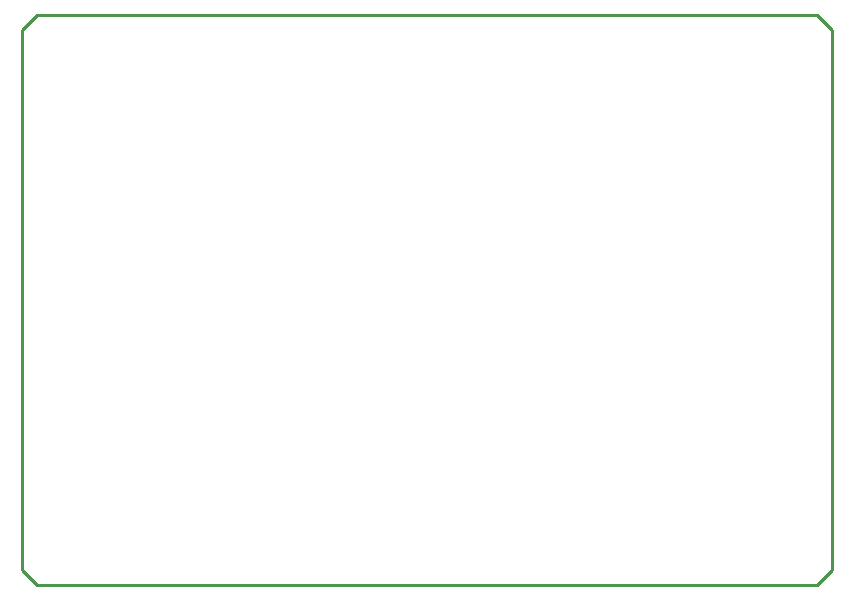
<source format=gko>
G04 Layer_Color=16711935*
%FSLAX25Y25*%
%MOIN*%
G70*
G01*
G75*
%ADD31C,0.01000*%
D31*
X-130000Y95000D02*
X130000D01*
X135000Y90000D01*
Y-90000D02*
Y90000D01*
X130000Y-95000D02*
X135000Y-90000D01*
X-130000Y-95000D02*
X130000D01*
X-135000Y-90000D02*
X-130000Y-95000D01*
X-135000Y-90000D02*
Y90000D01*
X-130000Y95000D01*
M02*

</source>
